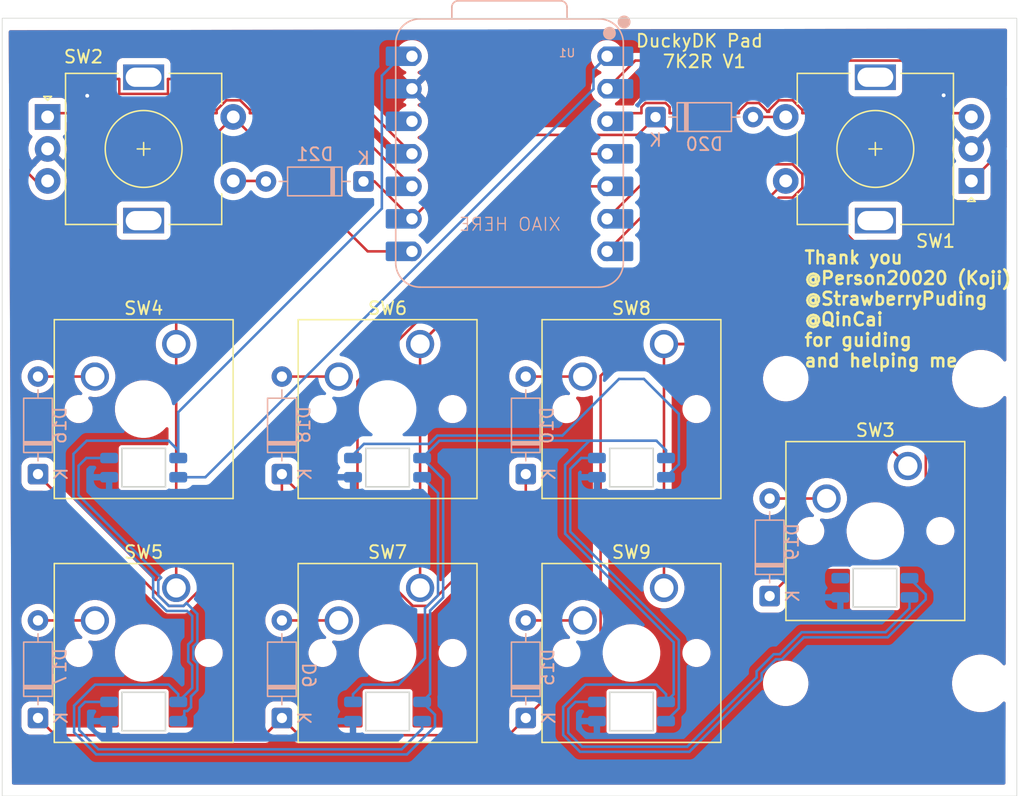
<source format=kicad_pcb>
(kicad_pcb (version 20241229) (generator "pcbnew") (generator_version "9.0")
  (layers (0 "F.Cu" signal) (2 "B.Cu" signal) (13 "F.Paste" user) (15 "B.Paste" user) (5 "F.SilkS" user "F.Silkscreen") (7 "B.SilkS" user "B.Silkscreen") (1 "F.Mask" user) (3 "B.Mask" user) (25 "Edge.Cuts" user))
  (net 0 "")
  (net 1 "Net-(D1-DIN)")
  (net 2 "GND")
  (net 3 "+5V")
  (net 4 "Net-(D1-DOUT)")
  (net 5 "Net-(D2-DOUT)")
  (net 6 "Net-(D3-DOUT)")
  (net 7 "Net-(D4-DOUT)")
  (net 8 "Net-(D5-DOUT)")
  (net 9 "Net-(D6-DOUT)")
  (net 11 "Net-(D9-A)")
  (net 12 "Row 2")
  (net 13 "Net-(D10-A)")
  (net 14 "Net-(D15-A)")
  (net 15 "Row 1")
  (net 16 "Net-(D16-A)")
  (net 17 "Net-(D17-A)")
  (net 18 "Net-(D18-A)")
  (net 19 "Net-(D19-A)")
  (net 20 "Row 0")
  (net 21 "Net-(D20-A)")
  (net 22 "Net-(D21-A)")
  (net 23 "Col 1")
  (net 24 "ROT2-A")
  (net 25 "ROT2-B")
  (net 26 "ROT1-B")
  (net 27 "Col 2")
  (net 28 "ROT1-A")
  (net 29 "Col 0")
  (footprint "Rotary_Encoder:RotaryEncoder_Alps_EC11E-Switch_Vertical_H20mm" (layer "F.Cu") (at 149.359 86.066 180)
    (property "Reference" "SW1" (at 2.8 -4.7 0) (layer "F.SilkS"))
    (property "Value" "RotaryEncoder_Switch")
    (pad "A" thru_hole rect (at 0 0 180) (size 2 2) (drill 1) (layers "*.Cu" "*.Mask") (net 24 "ROT2-A"))
    (pad "B" thru_hole circle (at 0 5 180) (size 2 2) (drill 1) (layers "*.Cu" "*.Mask") (net 25 "ROT2-B"))
    (pad "C" thru_hole circle (at 0 2.5 180) (size 2 2) (drill 1) (layers "*.Cu" "*.Mask") (net 2 "GND"))
    (pad "MP" thru_hole rect (at 7.5 -3.1 180) (size 3.2 2) (drill oval 2.8 1.5) (layers "*.Cu" "*.Mask"))
    (pad "MP" thru_hole rect (at 7.5 8.1 180) (size 3.2 2) (drill oval 2.8 1.5) (layers "*.Cu" "*.Mask"))
    (pad "S1" thru_hole circle (at 14.5 5 180) (size 2 2) (drill 1) (layers "*.Cu" "*.Mask") (net 21 "Net-(D20-A)"))
    (pad "S2" thru_hole circle (at 14.5 0 180) (size 2 2) (drill 1) (layers "*.Cu" "*.Mask") (net 23 "Col 1"))
  )
  (footprint "Button_Switch_Keyboard:SW_Cherry_MX_1.00u_PCB" (layer "F.Cu") (at 87.249 117.856)
    (property "Reference" "SW5" (at -2.54 -2.794 0) (layer "F.SilkS"))
    (property "Value" "SW_Push")
    (pad "" np_thru_hole circle (at -7.62 5.08) (size 1.7 1.7) (drill 1.7) (layers "*.Cu" "*.Mask"))
    (pad "" np_thru_hole circle (at -2.54 5.08) (size 4 4) (drill 4) (layers "*.Cu" "*.Mask"))
    (pad "" np_thru_hole circle (at 2.54 5.08) (size 1.7 1.7) (drill 1.7) (layers "*.Cu" "*.Mask"))
    (pad "1" thru_hole circle (at 0 0) (size 2.2 2.2) (drill 1.5) (layers "*.Cu" "*.Mask") (net 29 "Col 0"))
    (pad "2" thru_hole circle (at -6.35 2.54) (size 2.2 2.2) (drill 1.5) (layers "*.Cu" "*.Mask") (net 17 "Net-(D17-A)"))
  )
  (footprint "Button_Switch_Keyboard:SW_Cherry_MX_1.00u_PCB" (layer "F.Cu") (at 87.249 98.806)
    (property "Reference" "SW4" (at -2.54 -2.794 0) (layer "F.SilkS"))
    (property "Value" "SW_Push")
    (pad "" np_thru_hole circle (at -7.62 5.08) (size 1.7 1.7) (drill 1.7) (layers "*.Cu" "*.Mask"))
    (pad "" np_thru_hole circle (at -2.54 5.08) (size 4 4) (drill 4) (layers "*.Cu" "*.Mask"))
    (pad "" np_thru_hole circle (at 2.54 5.08) (size 1.7 1.7) (drill 1.7) (layers "*.Cu" "*.Mask"))
    (pad "1" thru_hole circle (at 0 0) (size 2.2 2.2) (drill 1.5) (layers "*.Cu" "*.Mask") (net 29 "Col 0"))
    (pad "2" thru_hole circle (at -6.35 2.54) (size 2.2 2.2) (drill 1.5) (layers "*.Cu" "*.Mask") (net 16 "Net-(D16-A)"))
  )
  (footprint "Rotary_Encoder:RotaryEncoder_Alps_EC11E-Switch_Vertical_H20mm" (layer "F.Cu") (at 77.205 81.066)
    (property "Reference" "SW2" (at 2.8 -4.7 0) (layer "F.SilkS"))
    (property "Value" "RotaryEncoder_Switch")
    (pad "A" thru_hole rect (at 0 0) (size 2 2) (drill 1) (layers "*.Cu" "*.Mask") (net 28 "ROT1-A"))
    (pad "B" thru_hole circle (at 0 5) (size 2 2) (drill 1) (layers "*.Cu" "*.Mask") (net 26 "ROT1-B"))
    (pad "C" thru_hole circle (at 0 2.5) (size 2 2) (drill 1) (layers "*.Cu" "*.Mask") (net 2 "GND"))
    (pad "MP" thru_hole rect (at 7.5 -3.1) (size 3.2 2) (drill oval 2.8 1.5) (layers "*.Cu" "*.Mask"))
    (pad "MP" thru_hole rect (at 7.5 8.1) (size 3.2 2) (drill oval 2.8 1.5) (layers "*.Cu" "*.Mask"))
    (pad "S1" thru_hole circle (at 14.5 5) (size 2 2) (drill 1) (layers "*.Cu" "*.Mask") (net 22 "Net-(D21-A)"))
    (pad "S2" thru_hole circle (at 14.5 0) (size 2 2) (drill 1) (layers "*.Cu" "*.Mask") (net 29 "Col 0"))
  )
  (footprint "Button_Switch_Keyboard:SW_Cherry_MX_2.00u_Vertical_PCB" (layer "F.Cu") (at 144.399 108.331)
    (property "Reference" "SW3" (at -2.54 -2.794 0) (layer "F.SilkS"))
    (property "Value" "SW_Push")
    (pad "" np_thru_hole circle (at -9.54 -6.82) (size 3.05 3.05) (drill 3.05) (layers "*.Cu" "*.Mask"))
    (pad "" np_thru_hole circle (at -9.54 16.98) (size 3.05 3.05) (drill 3.05) (layers "*.Cu" "*.Mask"))
    (pad "" np_thru_hole circle (at -7.62 5.08) (size 1.7 1.7) (drill 1.7) (layers "*.Cu" "*.Mask"))
    (pad "" np_thru_hole circle (at -2.54 5.08) (size 4 4) (drill 4) (layers "*.Cu" "*.Mask"))
    (pad "" np_thru_hole circle (at 2.54 5.08) (size 1.7 1.7) (drill 1.7) (layers "*.Cu" "*.Mask"))
    (pad "" np_thru_hole circle (at 5.7 -6.82) (size 4 4) (drill 4) (layers "*.Cu" "*.Mask"))
    (pad "" np_thru_hole circle (at 5.7 16.98) (size 4 4) (drill 4) (layers "*.Cu" "*.Mask"))
    (pad "1" thru_hole circle (at 0 0) (size 2.2 2.2) (drill 1.5) (layers "*.Cu" "*.Mask") (net 27 "Col 2"))
    (pad "2" thru_hole circle (at -6.35 2.54) (size 2.2 2.2) (drill 1.5) (layers "*.Cu" "*.Mask") (net 19 "Net-(D19-A)"))
  )
  (footprint "Button_Switch_Keyboard:SW_Cherry_MX_1.00u_PCB" (layer "F.Cu") (at 106.299 117.856)
    (property "Reference" "SW7" (at -2.54 -2.794 0) (layer "F.SilkS"))
    (property "Value" "SW_Push")
    (pad "" np_thru_hole circle (at -7.62 5.08) (size 1.7 1.7) (drill 1.7) (layers "*.Cu" "*.Mask"))
    (pad "" np_thru_hole circle (at -2.54 5.08) (size 4 4) (drill 4) (layers "*.Cu" "*.Mask"))
    (pad "" np_thru_hole circle (at 2.54 5.08) (size 1.7 1.7) (drill 1.7) (layers "*.Cu" "*.Mask"))
    (pad "1" thru_hole circle (at 0 0) (size 2.2 2.2) (drill 1.5) (layers "*.Cu" "*.Mask") (net 23 "Col 1"))
    (pad "2" thru_hole circle (at -6.35 2.54) (size 2.2 2.2) (drill 1.5) (layers "*.Cu" "*.Mask") (net 11 "Net-(D9-A)"))
  )
  (footprint "Button_Switch_Keyboard:SW_Cherry_MX_1.00u_PCB" (layer "F.Cu") (at 125.349 117.856)
    (property "Reference" "SW9" (at -2.54 -2.794 0) (layer "F.SilkS"))
    (property "Value" "SW_Push")
    (pad "" np_thru_hole circle (at -7.62 5.08) (size 1.7 1.7) (drill 1.7) (layers "*.Cu" "*.Mask"))
    (pad "" np_thru_hole circle (at -2.54 5.08) (size 4 4) (drill 4) (layers "*.Cu" "*.Mask"))
    (pad "" np_thru_hole circle (at 2.54 5.08) (size 1.7 1.7) (drill 1.7) (layers "*.Cu" "*.Mask"))
    (pad "1" thru_hole circle (at 0 0) (size 2.2 2.2) (drill 1.5) (layers "*.Cu" "*.Mask") (net 27 "Col 2"))
    (pad "2" thru_hole circle (at -6.35 2.54) (size 2.2 2.2) (drill 1.5) (layers "*.Cu" "*.Mask") (net 14 "Net-(D15-A)"))
  )
  (footprint "Button_Switch_Keyboard:SW_Cherry_MX_1.00u_PCB" (layer "F.Cu") (at 106.299 98.806)
    (property "Reference" "SW6" (at -2.54 -2.794 0) (layer "F.SilkS"))
    (property "Value" "SW_Push")
    (pad "" np_thru_hole circle (at -7.62 5.08) (size 1.7 1.7) (drill 1.7) (layers "*.Cu" "*.Mask"))
    (pad "" np_thru_hole circle (at -2.54 5.08) (size 4 4) (drill 4) (layers "*.Cu" "*.Mask"))
    (pad "" np_thru_hole circle (at 2.54 5.08) (size 1.7 1.7) (drill 1.7) (layers "*.Cu" "*.Mask"))
    (pad "1" thru_hole circle (at 0 0) (size 2.2 2.2) (drill 1.5) (layers "*.Cu" "*.Mask") (net 23 "Col 1"))
    (pad "2" thru_hole circle (at -6.35 2.54) (size 2.2 2.2) (drill 1.5) (layers "*.Cu" "*.Mask") (net 18 "Net-(D18-A)"))
  )
  (footprint "Button_Switch_Keyboard:SW_Cherry_MX_1.00u_PCB" (layer "F.Cu") (at 125.349 98.806)
    (property "Reference" "SW8" (at -2.54 -2.794 0) (layer "F.SilkS"))
    (property "Value" "SW_Push")
    (pad "" np_thru_hole circle (at -7.62 5.08) (size 1.7 1.7) (drill 1.7) (layers "*.Cu" "*.Mask"))
    (pad "" np_thru_hole circle (at -2.54 5.08) (size 4 4) (drill 4) (layers "*.Cu" "*.Mask"))
    (pad "" np_thru_hole circle (at 2.54 5.08) (size 1.7 1.7) (drill 1.7) (layers "*.Cu" "*.Mask"))
    (pad "1" thru_hole circle (at 0 0) (size 2.2 2.2) (drill 1.5) (layers "*.Cu" "*.Mask") (net 27 "Col 2"))
    (pad "2" thru_hole circle (at -6.35 2.54) (size 2.2 2.2) (drill 1.5) (layers "*.Cu" "*.Mask") (net 13 "Net-(D10-A)"))
  )
  (footprint "ScottoKeebs_Components:LED_SK6812MINI" (layer "B.Cu") (at 122.809 108.458 180)
    (property "Reference" "D5" (hide yes))
    (property "Value" "SK6812MINI" (hide yes))
    (fp_line (start 1.7 1.5) (end -1.7 1.5) (stroke (width 0.12)) (layer "Edge.Cuts"))
    (fp_line (start 1.7 -1.5) (end 1.7 1.5) (stroke (width 0.12)) (layer "Edge.Cuts"))
    (fp_line (start -1.7 1.5) (end -1.7 -1.5) (stroke (width 0.12)) (layer "Edge.Cuts"))
    (fp_line (start -1.7 -1.5) (end 1.7 -1.5) (stroke (width 0.12)) (layer "Edge.Cuts"))
    (pad "1" smd roundrect (at 2.7 0.75 180) (size 1.4 0.82) (layers "B.Cu" "B.Mask" "B.Paste") (net 8 "Net-(D5-DOUT)"))
    (pad "2" smd roundrect (at 2.7 -0.75 180) (size 1.4 0.82) (layers "B.Cu" "B.Mask" "B.Paste") (net 2 "GND"))
    (pad "3" smd roundrect (at -2.7 -0.75 180) (size 1.4 0.82) (layers "B.Cu" "B.Mask" "B.Paste") (net 7 "Net-(D4-DOUT)"))
    (pad "4" smd roundrect (at -2.7 0.75 180) (size 1.4 0.82) (layers "B.Cu" "B.Mask" "B.Paste") (net 3 "+5V"))
  )
  (footprint "ScottoKeebs_Components:LED_SK6812MINI" (layer "B.Cu") (at 122.809 127.508 180)
    (property "Reference" "D6" (hide yes))
    (property "Value" "SK6812MINI" (hide yes))
    (fp_line (start 1.7 1.5) (end -1.7 1.5) (stroke (width 0.12)) (layer "Edge.Cuts"))
    (fp_line (start 1.7 -1.5) (end 1.7 1.5) (stroke (width 0.12)) (layer "Edge.Cuts"))
    (fp_line (start -1.7 1.5) (end -1.7 -1.5) (stroke (width 0.12)) (layer "Edge.Cuts"))
    (fp_line (start -1.7 -1.5) (end 1.7 -1.5) (stroke (width 0.12)) (layer "Edge.Cuts"))
    (pad "1" smd roundrect (at 2.7 0.75 180) (size 1.4 0.82) (layers "B.Cu" "B.Mask" "B.Paste") (net 9 "Net-(D6-DOUT)"))
    (pad "2" smd roundrect (at 2.7 -0.75 180) (size 1.4 0.82) (layers "B.Cu" "B.Mask" "B.Paste") (net 2 "GND"))
    (pad "3" smd roundrect (at -2.7 -0.75 180) (size 1.4 0.82) (layers "B.Cu" "B.Mask" "B.Paste") (net 8 "Net-(D5-DOUT)"))
    (pad "4" smd roundrect (at -2.7 0.75 180) (size 1.4 0.82) (layers "B.Cu" "B.Mask" "B.Paste") (net 3 "+5V"))
  )
  (footprint "ScottoKeebs_Components:LED_SK6812MINI" (layer "B.Cu") (at 141.826 117.844 180)
    (property "Reference" "D8" (hide yes))
    (property "Value" "SK6812MINI" (hide yes))
    (fp_line (start 1.7 1.5) (end -1.7 1.5) (stroke (width 0.12)) (layer "Edge.Cuts"))
    (fp_line (start 1.7 -1.5) (end 1.7 1.5) (stroke (width 0.12)) (layer "Edge.Cuts"))
    (fp_line (start -1.7 1.5) (end -1.7 -1.5) (stroke (width 0.12)) (layer "Edge.Cuts"))
    (fp_line (start -1.7 -1.5) (end 1.7 -1.5) (stroke (width 0.12)) (layer "Edge.Cuts"))
    (pad "1" smd roundrect (at 2.7 0.75 180) (size 1.4 0.82) (layers "B.Cu" "B.Mask" "B.Paste"))
    (pad "2" smd roundrect (at 2.7 -0.75 180) (size 1.4 0.82) (layers "B.Cu" "B.Mask" "B.Paste") (net 2 "GND"))
    (pad "3" smd roundrect (at -2.7 -0.75 180) (size 1.4 0.82) (layers "B.Cu" "B.Mask" "B.Paste") (net 9 "Net-(D6-DOUT)"))
    (pad "4" smd roundrect (at -2.7 0.75 180) (size 1.4 0.82) (layers "B.Cu" "B.Mask" "B.Paste") (net 3 "+5V"))
  )
  (footprint "Diode_THT:D_DO-35_SOD27_P7.62mm_Horizontal" (layer "B.Cu") (at 76.454 108.966 90)
    (property "Reference" "D16" (at 3.81 1.7018 90) (layer "B.SilkS") (effects (justify mirror)))
    (property "Value" "1N4148")
    (fp_text user "K" (at 0 1.8 90) (layer "B.SilkS") (effects (justify mirror)))
    (pad "1" thru_hole roundrect (at 0 0 90) (size 1.6 1.6) (drill 0.8) (layers "*.Cu" "*.Mask") (roundrect_rratio 0.15625) (net 15 "Row 1"))
    (pad "2" thru_hole circle (at 7.62 0 90) (size 1.6 1.6) (drill 0.8) (layers "*.Cu" "*.Mask") (net 16 "Net-(D16-A)"))
  )
  (footprint "Diode_THT:D_DO-35_SOD27_P7.62mm_Horizontal" (layer "B.Cu") (at 114.554 128.016 90)
    (property "Reference" "D15" (at 3.9624 1.7018 90) (layer "B.SilkS") (effects (justify mirror)))
    (property "Value" "1N4148")
    (fp_text user "K" (at 0 1.8 90) (layer "B.SilkS") (effects (justify mirror)))
    (pad "1" thru_hole roundrect (at 0 0 90) (size 1.6 1.6) (drill 0.8) (layers "*.Cu" "*.Mask") (roundrect_rratio 0.15625) (net 12 "Row 2"))
    (pad "2" thru_hole circle (at 7.62 0 90) (size 1.6 1.6) (drill 0.8) (layers "*.Cu" "*.Mask") (net 14 "Net-(D15-A)"))
  )
  (footprint "Diode_THT:D_DO-35_SOD27_P7.62mm_Horizontal" (layer "B.Cu") (at 101.8794 86.106 180)
    (property "Reference" "D21" (at 3.81 2.12 0) (layer "B.SilkS") (effects (justify mirror)))
    (property "Value" "1N4148")
    (fp_text user "K" (at 0 1.8 0) (layer "B.SilkS") (effects (justify mirror)))
    (pad "1" thru_hole roundrect (at 0 0 180) (size 1.6 1.6) (drill 0.8) (layers "*.Cu" "*.Mask") (roundrect_rratio 0.15625) (net 20 "Row 0"))
    (pad "2" thru_hole circle (at 7.62 0 180) (size 1.6 1.6) (drill 0.8) (layers "*.Cu" "*.Mask") (net 22 "Net-(D21-A)"))
  )
  (footprint "ScottoKeebs_Components:LED_SK6812MINI" (layer "B.Cu") (at 84.709 127.508 180)
    (property "Reference" "D2" (hide yes))
    (property "Value" "SK6812MINI" (hide yes))
    (fp_line (start 1.7 1.5) (end -1.7 1.5) (stroke (width 0.12)) (layer "Edge.Cuts"))
    (fp_line (start 1.7 -1.5) (end 1.7 1.5) (stroke (width 0.12)) (layer "Edge.Cuts"))
    (fp_line (start -1.7 1.5) (end -1.7 -1.5) (stroke (width 0.12)) (layer "Edge.Cuts"))
    (fp_line (start -1.7 -1.5) (end 1.7 -1.5) (stroke (width 0.12)) (layer "Edge.Cuts"))
    (pad "1" smd roundrect (at 2.7 0.75 180) (size 1.4 0.82) (layers "B.Cu" "B.Mask" "B.Paste") (net 5 "Net-(D2-DOUT)"))
    (pad "2" smd roundrect (at 2.7 -0.75 180) (size 1.4 0.82) (layers "B.Cu" "B.Mask" "B.Paste") (net 2 "GND"))
    (pad "3" smd roundrect (at -2.7 -0.75 180) (size 1.4 0.82) (layers "B.Cu" "B.Mask" "B.Paste") (net 4 "Net-(D1-DOUT)"))
    (pad "4" smd roundrect (at -2.7 0.75 180) (size 1.4 0.82) (layers "B.Cu" "B.Mask" "B.Paste") (net 3 "+5V"))
  )
  (footprint "Diode_THT:D_DO-35_SOD27_P7.62mm_Horizontal" (layer "B.Cu") (at 76.454 128.016 90)
    (property "Reference" "D17" (at 4.0132 1.7018 90) (layer "B.SilkS") (effects (justify mirror)))
    (property "Value" "1N4148")
    (fp_text user "K" (at 0 1.8 90) (layer "B.SilkS") (effects (justify mirror)))
    (pad "1" thru_hole roundrect (at 0 0 90) (size 1.6 1.6) (drill 0.8) (layers "*.Cu" "*.Mask") (roundrect_rratio 0.15625) (net 12 "Row 2"))
    (pad "2" thru_hole circle (at 7.62 0 90) (size 1.6 1.6) (drill 0.8) (layers "*.Cu" "*.Mask") (net 17 "Net-(D17-A)"))
  )
  (footprint "ScottoKeebs_Components:LED_SK6812MINI" (layer "B.Cu") (at 84.709 108.458 180)
    (property "Reference" "D1" (hide yes))
    (property "Value" "SK6812MINI" (hide yes))
    (fp_line (start 1.7 1.5) (end -1.7 1.5) (stroke (width 0.12)) (layer "Edge.Cuts"))
    (fp_line (start 1.7 -1.5) (end 1.7 1.5) (stroke (width 0.12)) (layer "Edge.Cuts"))
    (fp_line (start -1.7 1.5) (end -1.7 -1.5) (stroke (width 0.12)) (layer "Edge.Cuts"))
    (fp_line (start -1.7 -1.5) (end 1.7 -1.5) (stroke (width 0.12)) (layer "Edge.Cuts"))
    (pad "1" smd roundrect (at 2.7 0.75 180) (size 1.4 0.82) (layers "B.Cu" "B.Mask" "B.Paste") (net 4 "Net-(D1-DOUT)"))
    (pad "2" smd roundrect (at 2.7 -0.75 180) (size 1.4 0.82) (layers "B.Cu" "B.Mask" "B.Paste") (net 2 "GND"))
    (pad "3" smd roundrect (at -2.7 -0.75 180) (size 1.4 0.82) (layers "B.Cu" "B.Mask" "B.Paste") (net 1 "Net-(D1-DIN)"))
    (pad "4" smd roundrect (at -2.7 0.75 180) (size 1.4 0.82) (layers "B.Cu" "B.Mask" "B.Paste") (net 3 "+5V"))
  )
  (footprint "OPL:XIAO-RP2040-DIP" (layer "B.Cu") (at 113.284 83.947 180)
    (property "Reference" "U1" (at -4.493136 7.874 0) (layer "B.SilkS") (effects (font (size 0.635 0.635) (thickness 0.1016)) (justify mirror)))
    (property "Value" "XIAO-RP2040-DIP")
    (pad "1" smd roundrect (at -8.455 7.62) (size 2.432 1.524) (layers "B.Cu" "B.Mask") (roundrect_rratio 0.1) (net 1 "Net-(D1-DIN)"))
    (pad "1" thru_hole circle (at -7.62 7.62) (size 1.524 1.524) (drill 0.889) (layers "*.Cu" "*.Mask") (net 1 "Net-(D1-DIN)"))
    (pad "2" smd roundrect (at -8.455 5.08) (size 2.432 1.524) (layers "B.Cu" "B.Mask") (roundrect_rratio 0.1) (net 24 "ROT2-A"))
    (pad "2" thru_hole circle (at -7.62 5.08) (size 1.524 1.524) (drill 0.889) (layers "*.Cu" "*.Mask") (net 24 "ROT2-A"))
    (pad "3" smd roundrect (at -8.455 2.54) (size 2.432 1.524) (layers "B.Cu" "B.Mask") (roundrect_rratio 0.1) (net 25 "ROT2-B"))
    (pad "3" thru_hole circle (at -7.62 2.54) (size 1.524 1.524) (drill 0.889) (layers "*.Cu" "*.Mask") (net 25 "ROT2-B"))
    (pad "4" smd roundrect (at -8.455 0) (size 2.432 1.524) (layers "B.Cu" "B.Mask") (roundrect_rratio 0.1) (net 15 "Row 1"))
    (pad "4" thru_hole circle (at -7.62 0) (size 1.524 1.524) (drill 0.889) (layers "*.Cu" "*.Mask") (net 15 "Row 1"))
    (pad "5" smd roundrect (at -8.455 -2.54) (size 2.432 1.524) (layers "B.Cu" "B.Mask") (roundrect_rratio 0.1) (net 23 "Col 1"))
    (pad "5" thru_hole circle (at -7.62 -2.54) (size 1.524 1.524) (drill 0.889) (layers "*.Cu" "*.Mask") (net 23 "Col 1"))
    (pad "6" smd roundrect (at -8.455 -5.08) (size 2.432 1.524) (layers "B.Cu" "B.Mask") (roundrect_rratio 0.1) (net 27 "Col 2"))
    (pad "6" thru_hole circle (at -7.62 -5.08) (size 1.524 1.524) (drill 0.889) (layers "*.Cu" "*.Mask") (net 27 "Col 2"))
    (pad "7" smd roundrect (at -8.455 -7.62) (size 2.432 1.524) (layers "B.Cu" "B.Mask") (roundrect_rratio 0.1) (net 12 "Row 2"))
    (pad "7" thru_hole circle (at -7.62 -7.62) (size 1.524 1.524) (drill 0.889) (layers "*.Cu" "*.Mask") (net 12 "Row 2"))
    (pad "8" thru_hole circle (at 7.62 -7.62 180) (size 1.524 1.524) (drill 0.889) (layers "*.Cu" "*.Mask") (net 29 "Col 0"))
    (pad "8" smd roundrect (at 8.455 -7.62 180) (size 2.432 1.524) (layers "B.Cu" "B.Mask") (roundrect_rratio 0.1) (net 29 "Col 0"))
    (pad "9" thru_hole circle (at 7.62 -5.08 180) (size 1.524 1.524) (drill 0.889) (layers "*.Cu" "*.Mask") (net 20 "Row 0"))
    (pad "9" smd roundrect (at 8.455 -5.08 180) (size 2.432 1.524) (layers "B.Cu" "B.Mask") (roundrect_rratio 0.1) (net 20 "Row 0"))
    (pad "10" thru_hole circle (at 7.62 -2.54 180) (size 1.524 1.524) (drill 0.889) (layers "*.Cu" "*.Mask") (net 28 "ROT1-A"))
    (pad "10" smd roundrect (at 8.455 -2.54 180) (size 2.432 1.524) (layers "B.Cu" "B.Mask") (roundrect_rratio 0.1) (net 28 "ROT1-A"))
    (pad "11" thru_hole circle (at 7.62 0 180) (size 1.524 1.524) (drill 0.889) (layers "*.Cu" "*.Mask") (net 26 "ROT1-B"))
    (pad "11" smd roundrect (at 8.455 0 180) (size 2.432 1.524) (layers "B.Cu" "B.Mask") (roundrect_rratio 0.1) (net 26 "ROT1-B"))
    (pad "12" thru_hole circle (at 7.62 2.54 180) (size 1.524 1.524) (drill 0.889) (layers "*.Cu" "*.Mask"))
    (pad "12" smd roundrect (at 8.455 2.54 180) (size 2.432 1.524) (layers "B.Cu" "B.Mask") (roundrect_rratio 0.1))
    (pad "13" thru_hole circle (at 7.62 5.08 180) (size 1.524 1.524) (drill 0.889) (layers "*.Cu" "*.Mask") (net 2 "GND"))
    (pad "13" smd roundrect (at 8.455 5.08 180) (size 2.432 1.524) (layers "B.Cu" "B.Mask") (roundrect_rratio 0.1) (net 2 "GND"))
    (pad "14" thru_hole circle (at 7.62 7.62 180) (size 1.524 1.524) (drill 0.889) (layers "*.Cu" "*.Mask") (net 3 "+5V"))
    (pad "14" smd roundrect (at 8.455 7.62 180) (size 2.432 1.524) (layers "B.Cu" "B.Mask") (roundrect_rratio 0.1) (net 3 "+5V"))
  )
  (footprint "ScottoKeebs_Components:LED_SK6812MINI" (layer "B.Cu") (at 103.759 108.458 180)
    (property "Reference" "D4" (hide yes))
    (property "Value" "SK6812MINI" (hide yes))
    (fp_line (start 1.7 1.5) (end -1.7 1.5) (stroke (width 0.12)) (layer "Edge.Cuts"))
    (fp_line (start 1.7 -1.5) (end 1.7 1.5) (stroke (width 0.12)) (layer "Edge.Cuts"))
    (fp_line (start -1.7 1.5) (end -1.7 -1.5) (stroke (width 0.12)) (layer "Edge.Cuts"))
    (fp_line (start -1.7 -1.5) (end 1.7 -1.5) (stroke (width 0.12)) (layer "Edge.Cuts"))
    (pad "1" smd roundrect (at 2.7 0.75 180) (size 1.4 0.82) (layers "B.Cu" "B.Mask" "B.Paste") (net 7 "Net-(D4-DOUT)"))
    (pad "2" smd roundrect (at 2.7 -0.75 180) (size 1.4 0.82) (layers "B.Cu" "B.Mask" "B.Paste") (net 2 "GND"))
    (pad "3" smd roundrect (at -2.7 -0.75 180) (size 1.4 0.82) (layers "B.Cu" "B.Mask" "B.Paste") (net 6 "Net-(D3-DOUT)"))
    (pad "4" smd roundrect (at -2.7 0.75 180) (size 1.4 0.82) (layers "B.Cu" "B.Mask" "B.Paste") (net 3 "+5V"))
  )
  (footprint "Diode_THT:D_DO-35_SOD27_P7.62mm_Horizontal" (layer "B.Cu") (at 95.504 108.966 90)
    (property "Reference" "D18" (at 3.8608 1.7018 90) (layer "B.SilkS") (effects (justify mirror)))
    (property "Value" "1N4148")
    (fp_text user "K" (at 0 1.8 90) (layer "B.SilkS") (effects (justify mirror)))
    (pad "1" thru_hole roundrect (at 0 0 90) (size 1.6 1.6) (drill 0.8) (layers "*.Cu" "*.Mask") (roundrect_rratio 0.15625) (net 15 "Row 1"))
    (pad "2" thru_hole circle (at 7.62 0 90) (size 1.6 1.6) (drill 0.8) (layers "*.Cu" "*.Mask") (net 18 "Net-(D18-A)"))
  )
  (footprint "Diode_THT:D_DO-35_SOD27_P7.62mm_Horizontal" (layer "B.Cu") (at 133.604 118.491 90)
    (property "Reference" "D19" (at 4.2418 1.7526 90) (layer "B.SilkS") (effects (justify mirror)))
    (property "Value" "1N4148")
    (fp_text user "K" (at 0 1.8 90) (layer "B.SilkS") (effects (justify mirror)))
    (pad "1" thru_hole roundrect (at 0 0 90) (size 1.6 1.6) (drill 0.8) (layers "*.Cu" "*.Mask") (roundrect_rratio 0.15625) (net 20 "Row 0"))
    (pad "2" thru_hole circle (at 7.62 0 90) (size 1.6 1.6) (drill 0.8) (layers "*.Cu" "*.Mask") (net 19 "Net-(D19-A)"))
  )
  (footprint "Diode_THT:D_DO-35_SOD27_P7.62mm_Horizontal" (layer "B.Cu") (at 124.6886 81.0768)
    (property "Reference" "D20" (at 3.81 2.12 0) (layer "B.SilkS") (effects (justify mirror)))
    (property "Value" "1N4148")
    (fp_text user "K" (at 0 1.8 0) (layer "B.SilkS") (effects (justify mirror)))
    (pad "1" thru_hole roundrect (at 0 0) (size 1.6 1.6) (drill 0.8) (layers "*.Cu" "*.Mask") (roundrect_rratio 0.15625) (net 20 "Row 0"))
    (pad "2" thru_hole circle (at 7.62 0) (size 1.6 1.6) (drill 0.8) (layers "*.Cu" "*.Mask") (net 21 "Net-(D20-A)"))
  )
  (footprint "ScottoKeebs_Components:LED_SK6812MINI" (layer "B.Cu") (at 103.759 127.508 180)
    (property "Reference" "D3" (hide yes))
    (property "Value" "SK6812MINI" (hide yes))
    (fp_line (start 1.7 1.5) (end -1.7 1.5) (stroke (width 0.12)) (layer "Edge.Cuts"))
    (fp_line (start 1.7 -1.5) (end 1.7 1.5) (stroke (width 0.12)) (layer "Edge.Cuts"))
    (fp_line (start -1.7 1.5) (end -1.7 -1.5) (stroke (width 0.12)) (layer "Edge.Cuts"))
    (fp_line (start -1.7 -1.5) (end 1.7 -1.5) (stroke (width 0.12)) (layer "Edge.Cuts"))
    (pad "1" smd roundrect (at 2.7 0.75 180) (size 1.4 0.82) (layers "B.Cu" "B.Mask" "B.Paste") (net 6 "Net-(D3-DOUT)"))
    (pad "2" smd roundrect (at 2.7 -0.75 180) (size 1.4 0.82) (layers "B.Cu" "B.Mask" "B.Paste") (net 2 "GND"))
    (pad "3" smd roundrect (at -2.7 -0.75 180) (size 1.4 0.82) (layers "B.Cu" "B.Mask" "B.Paste") (net 5 "Net-(D2-DOUT)"))
    (pad "4" smd roundrect (at -2.7 0.75 180) (size 1.4 0.82) (layers "B.Cu" "B.Mask" "B.Paste") (net 3 "+5V"))
  )
  (footprint "Diode_THT:D_DO-35_SOD27_P7.62mm_Horizontal" (layer "B.Cu") (at 95.504 128.016 90)
    (property "Reference" "D9" (at 3.349 2.185 90) (layer "B.SilkS") (effects (justify mirror)))
    (property "Value" "1N4148")
    (fp_text user "K" (at 0 1.8 90) (layer "B.SilkS") (effects (justify mirror)))
    (pad "1" thru_hole roundrect (at 0 0 90) (size 1.6 1.6) (drill 0.8) (layers "*.Cu" "*.Mask") (roundrect_rratio 0.15625) (net 12 "Row 2"))
    (pad "2" thru_hole circle (at 7.62 0 90) (size 1.6 1.6) (drill 0.8) (layers "*.Cu" "*.Mask") (net 11 "Net-(D9-A)"))
  )
  (footprint "Diode_THT:D_DO-35_SOD27_P7.62mm_Horizontal" (layer "B.Cu") (at 114.554 108.966 90)
    (property "Reference" "D10" (at 3.81 1.651 90) (layer "B.SilkS") (effects (justify mirror)))
    (property "Value" "1N4148")
    (fp_text user "K" (at 0 1.8 90) (layer "B.SilkS") (effects (justify mirror)))
    (pad "1" thru_hole roundrect (at 0 0 90) (size 1.6 1.6) (drill 0.8) (layers "*.Cu" "*.Mask") (roundrect_rratio 0.15625) (net 15 "Row 1"))
    (pad "2" thru_hole circle (at 7.62 0 90) (size 1.6 1.6) (drill 0.8) (layers "*.Cu" "*.Mask") (net 13 "Net-(D10-A)"))
  )
  (gr_rect (start 73.66 73.3552) (end 152.908 134.112) (stroke (width 0.05)) (fill no) (layer "Edge.Cuts"))
  (gr_text "DuckyDK Pad \n7K2R V1" (at 128.4986 77.3176 0) (layer "F.SilkS") (effects (font (size 1 1)) (justify bottom)))
  (gr_text "Thank you \n@Person20020 (Koji) \n@StrawberryPuding \n@QinCai\nfor guiding \nand helping me" (at 136.2202 100.6856 0) (layer "F.SilkS") (effects (font (size 1 1) (thickness 0.2) (bold yes)) (justify left bottom)))
  (gr_text "XIAO HERE" (at 117.348 90.043 0) (layer "B.SilkS") (effects (font (size 1 1) (thickness 0.1)) (justify left bottom mirror)))
  (segment (start 119.841 77.39) (end 120.904 76.327) (width 0.2) (layer "B.Cu") (net 1))
  (segment (start 87.409 109.208) (end 89.52631 109.208) (width 0.2) (layer "B.Cu") (net 1))
  (segment (start 89.52631 109.208) (end 119.841 78.89331) (width 0.2) (layer "B.Cu") (net 1))
  (segment (start 119.841 78.89331) (end 119.841 77.39) (width 0.2) (layer "B.Cu") (net 1))
  (via (at 80.298339 79.412305) (size 0.6) (drill 0.3) (layers "F.Cu" "B.Cu") (net 2))
  (via (at 147.193 79.375) (size 0.6) (drill 0.3) (layers "F.Cu" "B.Cu") (net 2))
  (segment (start 88.499 125.668) (end 88.499 123.91157) (width 0.2) (layer "B.Cu") (net 3))
  (segment (start 88.499 120.0541) (end 88.1029 119.658) (width 0.2) (layer "B.Cu") (net 3))
  (segment (start 107.081 126.136) (end 107.081 119.622414) (width 0.2) (layer "B.Cu") (net 3))
  (segment (start 87.409 126.758) (end 88.499 125.668) (width 0.2) (layer "B.Cu") (net 3))
  (segment (start 80.9172 125.407) (end 79.2734 127.0508) (width 0.2) (layer "B.Cu") (net 3))
  (segment (start 87.409 107.708) (end 87.409 104.128374) (width 0.2) (layer "B.Cu") (net 3))
  (segment (start 87.409 126.758) (end 87.409 126.158058) (width 0.2) (layer "B.Cu") (net 3))
  (segment (start 80.2568 106.357) (end 86.657942 106.357) (width 0.2) (layer "B.Cu") (net 3))
  (segment (start 125.509 126.758) (end 125.509 126.158058) (width 0.2) (layer "B.Cu") (net 3))
  (segment (start 132.983 124.533935) (end 134.081935 123.435) (width 0.2) (layer "B.Cu") (net 3))
  (segment (start 142.824474 121.7168) (end 145.796 118.745274) (width 0.2) (layer "B.Cu") (net 3))
  (segment (start 126.109 122.1041) (end 126.109 126.158) (width 0.2) (layer "B.Cu") (net 3))
  (segment (start 103.312 88.225374) (end 103.312 77.844) (width 0.2) (layer "B.Cu") (net 3))
  (segment (start 103.312 77.844) (end 104.829 76.327) (width 0.2) (layer "B.Cu") (net 3))
  (segment (start 117.6274 113.6225) (end 126.109 122.1041) (width 0.2) (layer "B.Cu") (net 3))
  (segment (start 119.5252 106.357) (end 117.6274 108.2548) (width 0.2) (layer "B.Cu") (net 3))
  (segment (start 86.502586 119.658) (end 85.447 118.602414) (width 0.2) (layer "B.Cu") (net 3))
  (segment (start 88.499 121.96043) (end 88.499 120.0541) (width 0.2) (layer "B.Cu") (net 3))
  (segment (start 88.499 123.91157) (end 88.187 123.59957) (width 0.2) (layer "B.Cu") (net 3))
  (segment (start 107.46 128.678274) (end 107.46 127.759) (width 0.2) (layer "B.Cu") (net 3))
  (segment (start 85.500743 117.055843) (end 79.2226 110.7777) (width 0.2) (layer "B.Cu") (net 3))
  (segment (start 86.657942 106.357) (end 87.409 107.108058) (width 0.2) (layer "B.Cu") (net 3))
  (segment (start 145.796 118.364) (end 144.526 117.094) (width 0.2) (layer "B.Cu") (net 3))
  (segment (start 117.475 129.3368) (end 118.7958 130.6576) (width 0.2) (layer "B.Cu") (net 3))
  (segment (start 134.5528 123.435) (end 136.271 121.7168) (width 0.2) (layer "B.Cu") (net 3))
  (segment (start 79.2734 127.0508) (end 79.2734 129.1336) (width 0.2) (layer "B.Cu") (net 3))
  (segment (start 125.509 126.158058) (end 124.757942 125.407) (width 0.2) (layer "B.Cu") (net 3))
  (segment (start 86.657942 125.407) (end 80.9172 125.407) (width 0.2) (layer "B.Cu") (net 3))
  (segment (start 125.509 107.108058) (end 125.509 107.708) (width 0.2) (layer "B.Cu") (net 3))
  (segment (start 107.46 127.759) (end 106.459 126.758) (width 0.2) (layer "B.Cu") (net 3))
  (segment (start 81.0006 130.8608) (end 105.277474 130.8608) (width 0.2) (layer "B.Cu") (net 3))
  (segment (start 145.796 118.745274) (end 145.796 118.364) (width 0.2) (layer "B.Cu") (net 3))
  (segment (start 88.1029 119.658) (end 86.502586 119.658) (width 0.2) (layer "B.Cu") (net 3))
  (segment (start 106.459 107.708) (end 107.81 106.357) (width 0.2) (layer "B.Cu") (net 3))
  (segment (start 124.757942 125.407) (end 119.2204 125.407) (width 0.2) (layer "B.Cu") (net 3))
  (segment (start 87.409 107.108058) (end 87.409 107.708) (width 0.2) (layer "B.Cu") (net 3))
  (segment (start 117.6274 108.2548) (end 117.6274 113.6225) (width 0.2) (layer "B.Cu") (net 3))
  (segment (start 127.3302 130.6576) (end 132.983 125.0048) (width 0.2) (layer "B.Cu") (net 3))
  (segment (start 88.187 123.59957) (end 88.187 122.27243) (width 0.2) (layer "B.Cu") (net 3))
  (segment (start 136.271 121.7168) (end 142.824474 121.7168) (width 0.2) (layer "B.Cu") (net 3))
  (segment (start 85.447 118.602414) (end 85.447 117.109586) (width 0.2) (layer "B.Cu") (net 3))
  (segment (start 107.081 119.622414) (end 108.101 118.602414) (width 0.2) (layer "B.Cu") (net 3))
  (segment (start 87.409 126.158058) (end 86.657942 125.407) (width 0.2) (layer "B.Cu") (net 3))
  (segment (start 105.277474 130.8608) (end 107.46 128.678274) (width 0.2) (layer "B.Cu") (net 3))
  (segment (start 79.2734 129.1336) (end 81.0006 130.8608) (width 0.2) (layer "B.Cu") (net 3))
  (segment (start 124.757942 106.357) (end 119.5252 106.357) (width 0.2) (layer "B.Cu") (net 3))
  (segment (start 124.757942 106.357) (end 125.509 107.108058) (width 0.2) (layer "B.Cu") (net 3))
  (segment (start 107.81 106.357) (end 124.757942 106.357) (width 0.2) (layer "B.Cu") (net 3))
  (segment (start 79.2226 107.3912) (end 80.2568 106.357) (width 0.2) (layer "B.Cu") (net 3))
  (segment (start 119.2204 125.407) (end 117.475 127.1524) (width 0.2) (layer "B.Cu") (net 3))
  (segment (start 134.081935 123.435) (end 134.5528 123.435) (width 0.2) (layer "B.Cu") (net 3))
  (segment (start 108.101 109.35) (end 106.459 107.708) (width 0.2) (layer "B.Cu") (net 3))
  (segment (start 87.409 104.128374) (end 103.312 88.225374) (width 0.2) (layer "B.Cu") (net 3))
  (segment (start 85.447 117.109586) (end 85.500743 117.055843) (width 0.2) (layer "B.Cu") (net 3))
  (segment (start 117.475 127.1524) (end 117.475 129.3368) (width 0.2) (layer "B.Cu") (net 3))
  (segment (start 88.187 122.27243) (end 88.499 121.96043) (width 0.2) (layer "B.Cu") (net 3))
  (segment (start 108.101 118.602414) (end 108.101 109.35) (width 0.2) (layer "B.Cu") (net 3))
  (segment (start 118.7958 130.6576) (end 127.3302 130.6576) (width 0.2) (layer "B.Cu") (net 3))
  (segment (start 106.459 126.758) (end 107.081 126.136) (width 0.2) (layer "B.Cu") (net 3))
  (segment (start 79.2226 110.7777) (end 79.2226 107.3912) (width 0.2) (layer "B.Cu") (net 3))
  (segment (start 132.983 125.0048) (end 132.983 124.533935) (width 0.2) (layer "B.Cu") (net 3))
  (segment (start 126.109 126.158) (end 125.509 126.758) (width 0.2) (layer "B.Cu") (net 3))
  (segment (start 87.829314 119.257) (end 88.049157 119.037157) (width 0.2) (layer "B.Cu") (net 4))
  (segment (start 88.41 126.337726) (end 88.41 127.178274) (width 0.2) (layer "B.Cu") (net 4))
  (segment (start 85.848 118.436314) (end 86.668686 119.257) (width 0.2) (layer "B.Cu") (net 4))
  (segment (start 82.009 107.708) (end 80.2266 107.708) (width 0.2) (layer "B.Cu") (net 4))
  (segment (start 86.067843 117.055843) (end 85.848 117.275686) (width 0.2) (layer "B.Cu") (net 4))
  (segment (start 85.848 117.275686) (end 85.848 118.436314) (width 0.2) (layer "B.Cu") (net 4))
  (segment (start 88.9 123.74547) (end 88.9 125.8341) (width 0.2) (layer "B.Cu") (net 4))
  (segment (start 79.6236 110.6116) (end 86.067843 117.055843) (width 0.2) (layer "B.Cu") (net 4))
  (segment (start 80.2266 107.708) (end 79.6236 108.311) (width 0.2) (layer "B.Cu") (net 4))
  (segment (start 87.884 127.469) (end 87.884 127.783001) (width 0.2) (layer "B.Cu") (net 4))
  (segment (start 88.9 125.8341) (end 88.403187 126.330913) (width 0.2) (layer "B.Cu") (net 4))
  (segment (start 79.6236 108.311) (end 79.6236 110.6116) (width 0.2) (layer "B.Cu") (net 4))
  (segment (start 86.668686 119.257) (end 87.829314 119.257) (width 0.2) (layer "B.Cu") (net 4))
  (segment (start 88.049157 119.037157) (end 88.9 119.888) (width 0.2) (layer "B.Cu") (net 4))
  (segment (start 88.588 123.43347) (end 88.9 123.74547) (width 0.2) (layer "B.Cu") (net 4))
  (segment (start 87.884 127.783001) (end 87.409 128.258) (width 0.2) (layer "B.Cu") (net 4))
  (segment (start 88.403187 126.330913) (end 88.41 126.337726) (width 0.2) (layer "B.Cu") (net 4))
  (segment (start 88.9 119.888) (end 88.9 122.12653) (width 0.2) (layer "B.Cu") (net 4))
  (segment (start 88.588 122.43853) (end 88.588 123.43347) (width 0.2) (layer "B.Cu") (net 4))
  (segment (start 88.9 122.12653) (end 88.588 122.43853) (width 0.2) (layer "B.Cu") (net 4))
  (segment (start 88.41 127.178274) (end 88.119274 127.469) (width 0.2) (layer "B.Cu") (net 4))
  (segment (start 88.119274 127.469) (end 87.884 127.469) (width 0.2) (layer "B.Cu") (net 4))
  (segment (start 82.009 126.758) (end 80.1333 126.758) (width 0.2) (layer "B.Cu") (net 5))
  (segment (start 80.1333 126.758) (end 79.6744 127.2169) (width 0.2) (layer "B.Cu") (net 5))
  (segment (start 104.857142 130.4598) (end 106.459 128.857942) (width 0.2) (layer "B.Cu") (net 5))
  (segment (start 106.459 128.857942) (end 106.459 128.258) (width 0.2) (layer "B.Cu") (net 5))
  (segment (start 79.6744 127.2169) (end 79.6744 128.9675) (width 0.2) (layer "B.Cu") (net 5))
  (segment (start 81.1667 130.4598) (end 104.857142 130.4598) (width 0.2) (layer "B.Cu") (net 5))
  (segment (start 79.6744 128.9675) (end 81.1667 130.4598) (width 0.2) (layer "B.Cu") (net 5))
  (segment (start 107.7 118.436314) (end 107.7 110.449) (width 0.2) (layer "B.Cu") (net 6))
  (segment (start 101.059 126.758) (end 101.059 126.158058) (width 0.2) (layer "B.Cu") (net 6))
  (segment (start 101.059 126.158058) (end 101.810058 125.407) (width 0.2) (layer "B.Cu") (net 6))
  (segment (start 104.612816 125.407) (end 106.68 123.339816) (width 0.2) (layer "B.Cu") (net 6))
  (segment (start 101.810058 125.407) (end 104.612816 125.407) (width 0.2) (layer "B.Cu") (net 6))
  (segment (start 106.68 123.339816) (end 106.68 119.456314) (width 0.2) (layer "B.Cu") (net 6))
  (segment (start 106.68 119.456314) (end 107.7 118.436314) (width 0.2) (layer "B.Cu") (net 6))
  (segment (start 107.7 110.449) (end 106.459 109.208) (width 0.2) (layer "B.Cu") (net 6))
  (segment (start 106.9929 106.607) (end 107.6439 105.956) (width 0.2) (layer "B.Cu") (net 7))
  (segment (start 123.782816 101.535) (end 126.51 104.262184) (width 0.2) (layer "B.Cu") (net 7))
  (segment (start 101.059 107.708) (end 101.059 107.461611) (width 0.2) (layer "B.Cu") (net 7))
  (segment (start 117.414184 105.956) (end 121.835184 101.535) (width 0.2) (layer "B.Cu") (net 7))
  (segment (start 121.835184 101.535) (end 123.782816 101.535) (width 0.2) (layer "B.Cu") (net 7))
  (segment (start 101.913611 106.607) (end 106.9929 106.607) (width 0.2) (layer "B.Cu") (net 7))
  (segment (start 107.6439 105.956) (end 117.414184 105.956) (width 0.2) (layer "B.Cu") (net 7))
  (segment (start 126.51 108.207) (end 125.509 109.208) (width 0.2) (layer "B.Cu") (net 7))
  (segment (start 126.51 104.262184) (end 126.51 108.207) (width 0.2) (layer "B.Cu") (net 7))
  (segment (start 101.059 107.461611) (end 101.913611 106.607) (width 0.2) (layer "B.Cu") (net 7))
  (segment (start 118.8854 107.708) (end 118.0284 108.565) (width 0.2) (layer "B.Cu") (net 8))
  (segment (start 120.109 107.708) (end 118.8854 107.708) (width 0.2) (layer "B.Cu") (net 8))
  (segment (start 126.51 121.938) (end 126.51 127.257) (width 0.2) (layer "B.Cu") (net 8))
  (segment (start 118.0284 113.4564) (end 126.51 121.938) (width 0.2) (layer "B.Cu") (net 8))
  (segment (start 118.0284 108.565) (end 118.0284 113.4564) (width 0.2) (layer "B.Cu") (net 8))
  (segment (start 126.51 127.257) (end 125.509 128.258) (width 0.2) (layer "B.Cu") (net 8))
  (segment (start 118.9619 130.2566) (end 117.876 129.1707) (width 0.2) (layer "B.Cu") (net 9))
  (segment (start 117.876 129.1707) (end 117.876 127.3185) (width 0.2) (layer "B.Cu") (net 9))
  (segment (start 134.3867 123.034) (end 133.915835 123.034) (width 0.2) (layer "B.Cu") (net 9))
  (segment (start 133.915835 123.034) (end 132.582 124.367835) (width 0.2) (layer "B.Cu") (net 9))
  (segment (start 136.1049 121.3158) (end 134.3867 123.034) (width 0.2) (layer "B.Cu") (net 9))
  (segment (start 132.582 124.8387) (end 127.1641 130.2566) (width 0.2) (layer "B.Cu") (net 9))
  (segment (start 117.876 127.3185) (end 118.4365 126.758) (width 0.2) (layer "B.Cu") (net 9))
  (segment (start 144.526 118.594) (end 144.526 119.448174) (width 0.2) (layer "B.Cu") (net 9))
  (segment (start 118.4365 126.758) (end 120.109 126.758) (width 0.2) (layer "B.Cu") (net 9))
  (segment (start 132.582 124.367835) (end 132.582 124.8387) (width 0.2) (layer "B.Cu") (net 9))
  (segment (start 127.1641 130.2566) (end 118.9619 130.2566) (width 0.2) (layer "B.Cu") (net 9))
  (segment (start 144.526 119.448174) (end 142.658374 121.3158) (width 0.2) (layer "B.Cu") (net 9))
  (segment (start 142.658374 121.3158) (end 136.1049 121.3158) (width 0.2) (layer "B.Cu") (net 9))
  (segment (start 95.504 120.396) (end 99.949 120.396) (width 0.2) (layer "F.Cu") (net 11))
  (segment (start 120.4 101.287108) (end 134.320108 87.367) (width 0.2) (layer "F.Cu") (net 12))
  (segment (start 96.847 129.359) (end 113.211 129.359) (width 0.2) (layer "F.Cu") (net 12))
  (segment (start 127.706 84.765) (end 120.904 91.567) (width 0.2) (layer "F.Cu") (net 12))
  (segment (start 136.16 86.604892) (end 136.16 85.527108) (width 0.2) (layer "F.Cu") (net 12))
  (segment (start 134.320108 87.367) (end 135.397892 87.367) (width 0.2) (layer "F.Cu") (net 12))
  (segment (start 77.797 129.359) (end 94.161 129.359) (width 0.2) (layer "F.Cu") (net 12))
  (segment (start 135.397892 87.367) (end 136.16 86.604892) (width 0.2) (layer "F.Cu") (net 12))
  (segment (start 135.397892 84.765) (end 127.706 84.765) (width 0.2) (layer "F.Cu") (net 12))
  (segment (start 136.16 85.527108) (end 135.397892 84.765) (width 0.2) (layer "F.Cu") (net 12))
  (segment (start 114.554 128.016) (end 120.4 122.17) (width 0.2) (layer "F.Cu") (net 12))
  (segment (start 120.4 122.17) (end 120.4 101.287108) (width 0.2) (layer "F.Cu") (net 12))
  (segment (start 76.454 128.016) (end 77.797 129.359) (width 0.2) (layer "F.Cu") (net 12))
  (segment (start 113.211 129.359) (end 114.554 128.016) (width 0.2) (layer "F.Cu") (net 12))
  (segment (start 95.504 128.016) (end 96.847 129.359) (width 0.2) (layer "F.Cu") (net 12))
  (segment (start 94.161 129.359) (end 95.504 128.016) (width 0.2) (layer "F.Cu") (net 12))
  (segment (start 114.554 101.346) (end 118.999 101.346) (width 0.2) (layer "F.Cu") (net 13))
  (segment (start 114.554 120.396) (end 118.999 120.396) (width 0.2) (layer "F.Cu") (net 14))
  (segment (start 87.829314 119.257) (end 95.504 111.582314) (width 0.2) (layer "F.Cu") (net 15))
  (segment (start 105.718686 119.257) (end 101.408 114.946314) (width 0.2) (layer "F.Cu") (net 15))
  (segment (start 119.176686 83.947) (end 120.904 83.947) (width 0.2) (layer "F.Cu") (net 15))
  (segment (start 76.454 109.042314) (end 86.668686 119.257) (width 0.2) (layer "F.Cu") (net 15))
  (segment (start 101.408 101.715686) (end 119.176686 83.947) (width 0.2) (layer "F.Cu") (net 15))
  (segment (start 106.879314 119.257) (end 105.718686 119.257) (width 0.2) (layer "F.Cu") (net 15))
  (segment (start 76.454 108.966) (end 76.454 109.042314) (width 0.2) (layer "F.Cu") (net 15))
  (segment (start 95.504 109.042314) (end 105.718686 119.257) (width 0.2) (layer "F.Cu") (net 15))
  (segment (start 114.554 108.966) (end 114.554 111.582314) (width 0.2) (layer "F.Cu") (net 15))
  (segment (start 95.504 111.582314) (end 95.504 108.966) (width 0.2) (layer "F.Cu") (net 15))
  (segment (start 101.408 114.946314) (end 101.408 101.715686) (width 0.2) (layer "F.Cu") (net 15))
  (segment (start 95.504 108.966) (end 95.504 109.042314) (width 0.2) (layer "F.Cu") (net 15))
  (segment (start 114.554 111.582314) (end 106.879314 119.257) (width 0.2) (layer "F.Cu") (net 15))
  (segment (start 86.668686 119.257) (end 87.829314 119.257) (width 0.2) (layer "F.Cu") (net 15))
  (segment (start 76.454 101.346) (end 80.899 101.346) (width 0.2) (layer "F.Cu") (net 16))
  (segment (start 76.454 120.396) (end 80.899 120.396) (width 0.2) (layer "F.Cu") (net 17))
  (segment (start 95.504 101.346) (end 99.949 101.346) (width 0.2) (layer "F.Cu") (net 18))
  (segment (start 133.604 110.871) (end 138.049 110.871) (width 0.2) (layer "F.Cu") (net 19))
  (segment (start 142.88953 115.762) (end 145.8 112.85153) (width 0.2) (layer "F.Cu") (net 20))
  (segment (start 133.604 118.491) (end 136.333 115.762) (width 0.2) (layer "F.Cu") (net 20))
  (segment (start 145.8 96.397) (end 137.053 87.65) (width 0.2) (layer "F.Cu") (net 20))
  (segment (start 112.221 82.47) (end 105.664 89.027) (width 0.2) (layer "F.Cu") (net 20))
  (segment (start 101.8794 86.106) (end 102.743 86.106) (width 0.2) (layer "F.Cu") (net 20))
  (segment (start 126.5228 82.911) (end 124.6886 81.0768) (width 0.2) (layer "F.Cu") (net 20))
  (segment (start 124.6886 81.0768) (end 123.2954 82.47) (width 0.2) (layer "F.Cu") (net 20))
  (segment (start 137.053 87.65) (end 137.053 84.0349) (width 0.2) (layer "F.Cu") (net 20))
  (segment (start 137.053 84.0349) (end 135.9291 82.911) (width 0.2) (layer "F.Cu") (net 20))
  (segment (start 123.2954 82.47) (end 112.221 82.47) (width 0.2) (layer "F.Cu") (net 20))
  (segment (start 136.333 115.762) (end 142.88953 115.762) (width 0.2) (layer "F.Cu") (net 20))
  (segment (start 145.8 112.85153) (end 145.8 96.397) (width 0.2) (layer "F.Cu") (net 20))
  (segment (start 102.743 86.106) (end 105.664 89.027) (width 0.2) (layer "F.Cu") (net 20))
  (segment (start 135.9291 82.911) (end 126.5228 82.911) (width 0.2) (layer "F.Cu") (net 20))
  (segment (start 132.3194 81.066) (end 132.3086 81.0768) (width 0.2) (layer "F.Cu") (net 21))
  (segment (start 134.859 81.066) (end 132.3194 81.066) (width 0.2) (layer "F.Cu") (net 21))
  (segment (start 94.2194 86.066) (end 94.2594 86.106) (width 0.2) (layer "F.Cu") (net 22))
  (segment (start 91.705 86.066) (end 94.2194 86.066) (width 0.2) (layer "F.Cu") (net 22))
  (segment (start 118.618 86.487) (end 120.904 86.487) (width 0.2) (layer "F.Cu") (net 23))
  (segment (start 126.564 94.361) (end 134.859 86.066) (width 0.2) (layer "F.Cu") (net 23))
  (segment (start 106.299 98.806) (end 110.744 94.361) (width 0.2) (layer "F.Cu") (net 23))
  (segment (start 106.299 98.806) (end 118.618 86.487) (width 0.2) (layer "F.Cu") (net 23))
  (segment (start 106.299 117.856) (end 106.299 98.806) (width 0.2) (layer "F.Cu") (net 23))
  (segment (start 110.744 94.361) (end 126.564 94.361) (width 0.2) (layer "F.Cu") (net 23))
  (segment (start 152.019 83.406) (end 152.019 79.629) (width 0.2) (layer "F.Cu") (net 24))
  (segment (start 149.359 86.066) (end 152.019 83.406) (width 0.2) (layer "F.Cu") (net 24))
  (segment (start 152.019 79.629) (end 149.055 76.665) (width 0.2) (layer "F.Cu") (net 24))
  (segment (start 149.055 76.665) (end 123.106 76.665) (width 0.2) (layer "F.Cu") (net 24))
  (segment (start 123.106 76.665) (end 120.904 78.867) (width 0.2) (layer "F.Cu") (net 24))
  (segment (start 131.2076 80.772) (end 125.7896 80.772) (width 0.2) (layer "F.Cu") (net 25))
  (segment (start 131.2076 80.62075) (end 131.2076 80.772) (width 0.2) (layer "F.Cu") (net 25))
  (segment (start 133.4096 80.665) (end 133.4096 80.62075) (width 0.2) (layer "F.Cu") (net 25))
  (segment (start 136.16 80.527108) (end 135.397892 79.765) (width 0.2) (layer "F.Cu") (net 25))
  (segment (start 132.76465 79.9758) (end 131.85255 79.9758) (width 0.2) (layer "F.Cu") (net 25))
  (segment (start 149.359 81.066) (end 149.065 80.772) (width 0.2) (layer "F.Cu") (net 25))
  (segment (start 136.16 80.772) (end 136.16 80.527108) (width 0.2) (layer "F.Cu") (net 25))
  (segment (start 135.397892 79.765) (end 134.320108 79.765) (width 0.2) (layer "F.Cu") (net 25))
  (segment (start 121.539 80.772) (end 120.904 81.407) (width 0.2) (layer "F.Cu") (net 25))
  (segment (start 133.4096 80.62075) (end 132.76465 79.9758) (width 0.2) (layer "F.Cu") (net 25))
  (segment (start 123.90344 79.9758) (end 123.5876 80.29164) (width 0.2) (layer "F.Cu") (net 25))
  (segment (start 134.320108 79.765) (end 133.558 80.527108) (width 0.2) (layer "F.Cu") (net 25))
  (segment (start 125.7896 80.29164) (end 125.47376 79.9758) (width 0.2) (layer "F.Cu") (net 25))
  (segment (start 133.558 80.527108) (end 133.558 80.665) (width 0.2) (layer "F.Cu") (net 25))
  (segment (start 125.47376 79.9758) (end 123.90344 79.9758) (width 0.2) (layer "F.Cu") (net 25))
  (segment (start 125.7896 80.772) (end 125.7896 80.29164) (width 0.2) (layer "F.Cu") (net 25))
  (segment (start 149.065 80.772) (end 136.16 80.772) (width 0.2) (layer "F.Cu") (net 25))
  (segment (start 133.558 80.665) (end 133.4096 80.665) (width 0.2) (layer "F.Cu") (net 25))
  (segment (start 131.85255 79.9758) (end 131.2076 80.62075) (width 0.2) (layer "F.Cu") (net 25))
  (segment (start 123.5876 80.29164) (end 123.5876 80.772) (width 0.2) (layer "F.Cu") (net 25))
  (segment (start 123.5876 80.772) (end 121.539 80.772) (width 0.2) (layer "F.Cu") (net 25))
  (segment (start 74.549 79.248) (end 75.692 78.105) (width 0.2) (layer "F.Cu") (net 26))
  (segment (start 99.822 78.105) (end 105.664 83.947) (width 0.2) (layer "F.Cu") (net 26))
  (segment (start 75.692 78.105) (end 82.804 78.105) (width 0.2) (layer "F.Cu") (net 26))
  (segment (start 77.205 86.066) (end 76.287 86.066) (width 0.2) (layer "F.Cu") (net 26))
  (segment (start 76.287 86.066) (end 74.549 84.328) (width 0.2) (layer "F.Cu") (net 26))
  (segment (start 86.606 79.267) (end 86.606 78.105) (width 0.2) (layer "F.Cu") (net 26))
  (segment (start 82.804 79.267) (end 86.606 79.267) (width 0.2) (layer "F.Cu") (net 26))
  (segment (start 82.804 78.105) (end 82.804 79.267) (width 0.2) (layer "F.Cu") (net 26))
  (segment (start 86.606 78.105) (end 99.822 78.105) (width 0.2) (layer "F.Cu") (net 26))
  (segment (start 74.549 84.328) (end 74.549 79.248) (width 0.2) (layer "F.Cu") (net 26))
  (segment (start 127.127 98.806) (end 136.652 89.281) (width 0.2) (layer "F.Cu") (net 27))
  (segment (start 134.874 98.806) (end 144.399 108.331) (width 0.2) (layer "F.Cu") (net 27))
  (segment (start 125.349 117.856) (end 125.349 98.806) (width 0.2) (layer "F.Cu") (net 27))
  (segment (start 136.652 84.201) (end 135.763 83.312) (width 0.2) (layer "F.Cu") (net 27))
  (segment (start 135.763 83.312) (end 126.619 83.312) (width 0.2) (layer "F.Cu") (net 27))
  (segment (start 136.652 89.281) (end 136.652 84.201) (width 0.2) (layer "F.Cu") (net 27))
  (segment (start 125.349 98.806) (end 134.874 98.806) (width 0.2) (layer "F.Cu") (net 27))
  (segment (start 126.619 83.312) (end 120.904 89.027) (width 0.2) (layer "F.Cu") (net 27))
  (segment (start 125.349 98.806) (end 127.127 98.806) (width 0.2) (layer "F.Cu") (net 27))
  (segment (start 92.243892 79.765) (end 93.006 80.527108) (width 0.2) (layer "F.Cu") (net 28))
  (segment (start 93.006 80.527108) (end 93.006 80.772) (width 0.2) (layer "F.Cu") (net 28))
  (segment (start 90.404 80.772) (end 90.404 80.527108) (width 0.2) (layer "F.Cu") (net 28))
  (segment (start 93.006 80.772) (end 99.949 80.772) (width 0.2) (layer "F.Cu") (net 28))
  (segment (start 91.166108 79.765) (end 92.243892 79.765) (width 0.2) (layer "F.Cu") (net 28))
  (segment (start 99.949 80.772) (end 105.664 86.487) (width 0.2) (layer "F.Cu") (net 28))
  (segment (start 90.404 80.527108) (end 91.166108 79.765) (width 0.2) (layer "F.Cu") (net 28))
  (segment (start 77.499 80.772) (end 90.404 80.772) (width 0.2) (layer "F.Cu") (net 28))
  (segment (start 77.205 81.066) (end 77.499 80.772) (width 0.2) (layer "F.Cu") (net 28))
  (segment (start 91.705 81.066) (end 102.206 91.567) (width 0.2) (layer "F.Cu") (net 29))
  (segment (start 87.249 85.522) (end 91.705 81.066) (width 0.2) (layer "F.Cu") (net 29))
  (segment (start 87.249 98.806) (end 87.249 85.522) (width 0.2) (layer "F.Cu") (net 29))
  (segment (start 102.206 91.567) (end 105.664 91.567) (width 0.2) (layer "F.Cu") (net 29))
  (segment (start 87.249 117.856) (end 87.249 98.806) (width 0.2) (layer "F.Cu") (net 29))
  (zone (net 2) (net_name "GND") (layers "F.Cu" "B.Cu") (connect_pads (clearance 0.5)) (min_thickness 0.25) (fill yes (thermal_gap 0.5) (thermal_bridge_width 0.5))
    (polygon (pts (xy 152.146 74.168) (xy 74.168 74.295) (xy 74.422 133.223) (xy 152.019 133.223) (xy 152.146 74.295)))
  )
)
</source>
